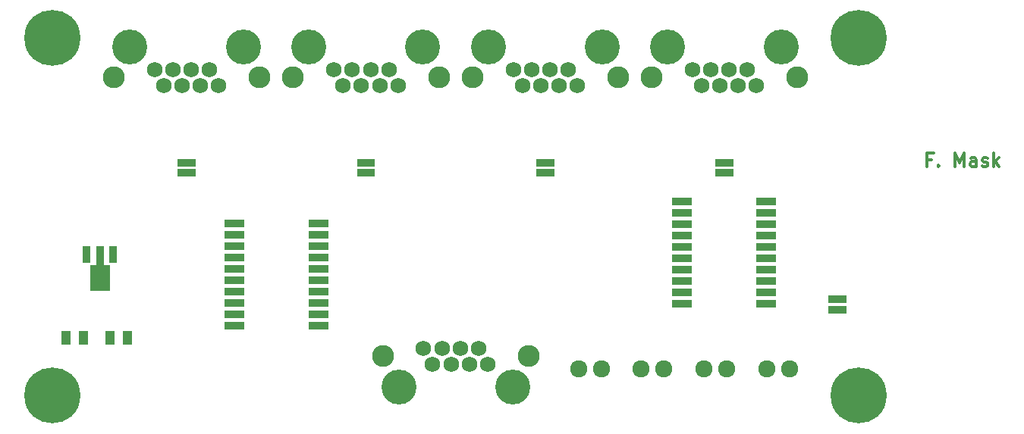
<source format=gts>
G04 (created by PCBNEW (2013-07-07 BZR 4022)-stable) date 18/09/2013 13:21:16*
%MOIN*%
G04 Gerber Fmt 3.4, Leading zero omitted, Abs format*
%FSLAX34Y34*%
G01*
G70*
G90*
G04 APERTURE LIST*
%ADD10C,0.00590551*%
%ADD11C,0.011811*%
%ADD12C,0.0758425*%
%ADD13R,0.0216425X0.0354425*%
%ADD14R,0.0885827X0.0334646*%
%ADD15R,0.0448425X0.0648425*%
%ADD16C,0.246063*%
%ADD17C,0.153543*%
%ADD18C,0.0689425*%
%ADD19C,0.0964567*%
%ADD20R,0.0374425X0.0728425*%
%ADD21R,0.0374425X0.0925425*%
%ADD22R,0.0885425X0.118143*%
G04 APERTURE END LIST*
G54D10*
G54D11*
X45329Y-12055D02*
X45132Y-12055D01*
X45132Y-12365D02*
X45132Y-11774D01*
X45413Y-11774D01*
X45638Y-12308D02*
X45666Y-12336D01*
X45638Y-12365D01*
X45610Y-12336D01*
X45638Y-12308D01*
X45638Y-12365D01*
X46369Y-12365D02*
X46369Y-11774D01*
X46566Y-12196D01*
X46763Y-11774D01*
X46763Y-12365D01*
X47297Y-12365D02*
X47297Y-12055D01*
X47269Y-11999D01*
X47213Y-11971D01*
X47100Y-11971D01*
X47044Y-11999D01*
X47297Y-12336D02*
X47241Y-12365D01*
X47100Y-12365D01*
X47044Y-12336D01*
X47016Y-12280D01*
X47016Y-12224D01*
X47044Y-12168D01*
X47100Y-12140D01*
X47241Y-12140D01*
X47297Y-12111D01*
X47550Y-12336D02*
X47606Y-12365D01*
X47719Y-12365D01*
X47775Y-12336D01*
X47803Y-12280D01*
X47803Y-12252D01*
X47775Y-12196D01*
X47719Y-12168D01*
X47634Y-12168D01*
X47578Y-12140D01*
X47550Y-12083D01*
X47550Y-12055D01*
X47578Y-11999D01*
X47634Y-11971D01*
X47719Y-11971D01*
X47775Y-11999D01*
X48056Y-12365D02*
X48056Y-11774D01*
X48113Y-12140D02*
X48281Y-12365D01*
X48281Y-11971D02*
X48056Y-12196D01*
G54D12*
X38082Y-21259D03*
X39082Y-21259D03*
X35326Y-21259D03*
X36326Y-21259D03*
X32570Y-21259D03*
X33570Y-21259D03*
X29814Y-21259D03*
X30814Y-21259D03*
G54D13*
X41476Y-18197D03*
X41279Y-18197D03*
X41082Y-18197D03*
X40885Y-18197D03*
X40885Y-18650D03*
X41082Y-18650D03*
X41279Y-18650D03*
X41476Y-18650D03*
X12303Y-12629D03*
X12500Y-12629D03*
X12697Y-12629D03*
X12894Y-12629D03*
X12894Y-12176D03*
X12697Y-12176D03*
X12500Y-12176D03*
X12303Y-12176D03*
X20177Y-12629D03*
X20374Y-12629D03*
X20571Y-12629D03*
X20768Y-12629D03*
X20768Y-12176D03*
X20571Y-12176D03*
X20374Y-12176D03*
X20177Y-12176D03*
X28051Y-12629D03*
X28248Y-12629D03*
X28445Y-12629D03*
X28642Y-12629D03*
X28642Y-12176D03*
X28445Y-12176D03*
X28248Y-12176D03*
X28051Y-12176D03*
X35925Y-12629D03*
X36122Y-12629D03*
X36319Y-12629D03*
X36516Y-12629D03*
X36516Y-12176D03*
X36319Y-12176D03*
X36122Y-12176D03*
X35925Y-12176D03*
G54D14*
X14685Y-14875D03*
X14685Y-15375D03*
X14685Y-15875D03*
X14685Y-16375D03*
X14685Y-16875D03*
X14685Y-17375D03*
X14685Y-17875D03*
X14685Y-18375D03*
X14685Y-18875D03*
X14685Y-19375D03*
X18385Y-19375D03*
X18385Y-18875D03*
X18385Y-18375D03*
X18385Y-17875D03*
X18385Y-17375D03*
X18385Y-16875D03*
X18385Y-16375D03*
X18385Y-15875D03*
X18385Y-15375D03*
X18385Y-14875D03*
X34370Y-13891D03*
X34370Y-14391D03*
X34370Y-14891D03*
X34370Y-15391D03*
X34370Y-15891D03*
X34370Y-16391D03*
X34370Y-16891D03*
X34370Y-17391D03*
X34370Y-17891D03*
X34370Y-18391D03*
X38070Y-18391D03*
X38070Y-17891D03*
X38070Y-17391D03*
X38070Y-16891D03*
X38070Y-16391D03*
X38070Y-15891D03*
X38070Y-15391D03*
X38070Y-14891D03*
X38070Y-14391D03*
X38070Y-13891D03*
G54D15*
X7302Y-19881D03*
X8052Y-19881D03*
X9981Y-19881D03*
X9231Y-19881D03*
G54D16*
X6692Y-6692D03*
X6692Y-22440D03*
X42125Y-22440D03*
X42125Y-6692D03*
G54D17*
X17972Y-7086D03*
X22972Y-7086D03*
G54D18*
X19066Y-8086D03*
X19468Y-8787D03*
X19870Y-8086D03*
X20271Y-8787D03*
X20673Y-8086D03*
X21074Y-8787D03*
X21476Y-8086D03*
X21877Y-8787D03*
G54D19*
X17271Y-8437D03*
X23673Y-8437D03*
G54D17*
X26909Y-22047D03*
X21909Y-22047D03*
G54D18*
X25814Y-21047D03*
X25413Y-20346D03*
X25011Y-21047D03*
X24610Y-20346D03*
X24208Y-21047D03*
X23807Y-20346D03*
X23405Y-21047D03*
X23003Y-20346D03*
G54D19*
X27610Y-20696D03*
X21208Y-20696D03*
G54D17*
X10098Y-7086D03*
X15098Y-7086D03*
G54D18*
X11192Y-8086D03*
X11594Y-8787D03*
X11996Y-8086D03*
X12397Y-8787D03*
X12799Y-8086D03*
X13200Y-8787D03*
X13602Y-8086D03*
X14003Y-8787D03*
G54D19*
X9397Y-8437D03*
X15799Y-8437D03*
G54D17*
X33720Y-7086D03*
X38720Y-7086D03*
G54D18*
X34814Y-8086D03*
X35216Y-8787D03*
X35618Y-8086D03*
X36019Y-8787D03*
X36421Y-8086D03*
X36822Y-8787D03*
X37224Y-8086D03*
X37625Y-8787D03*
G54D19*
X33019Y-8437D03*
X39421Y-8437D03*
G54D17*
X25846Y-7086D03*
X30846Y-7086D03*
G54D18*
X26940Y-8086D03*
X27342Y-8787D03*
X27744Y-8086D03*
X28145Y-8787D03*
X28547Y-8086D03*
X28948Y-8787D03*
X29350Y-8086D03*
X29751Y-8787D03*
G54D19*
X25145Y-8437D03*
X31547Y-8437D03*
G54D20*
X9370Y-16220D03*
G54D21*
X8779Y-16318D03*
G54D20*
X8188Y-16220D03*
G54D22*
X8779Y-17263D03*
M02*

</source>
